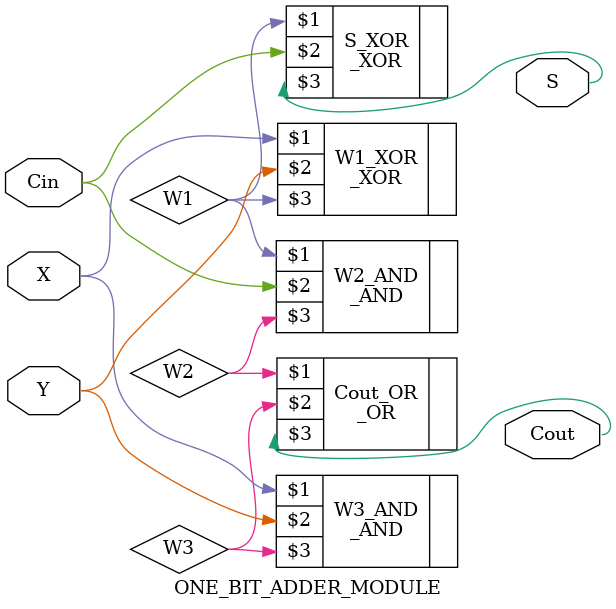
<source format=sv>
module ONE_BIT_ADDER_MODULE(input logic X,Y,Cin, output logic S,Cout);

	logic W1, W2, W3;
	
	_XOR
		W1_XOR(X,Y,W1),
		S_XOR(W1,Cin,S);
	_AND
		W2_AND(W1,Cin,W2),
		W3_AND(X,Y,W3);
	_OR
		Cout_OR(W2,W3,Cout);
		
endmodule
</source>
